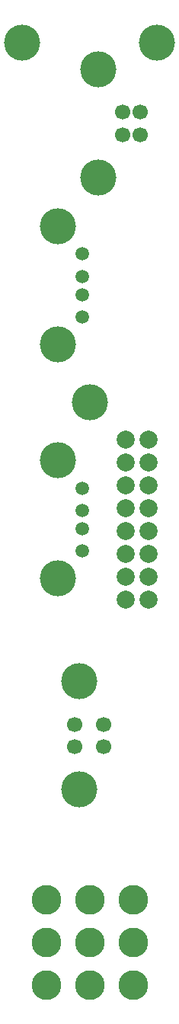
<source format=gbr>
%FSLAX34Y34*%
%MOMM*%
%LNSOLDERMASK_TOP*%
G71*
G01*
%ADD10C, 4.00*%
%ADD11C, 2.00*%
%ADD12C, 4.00*%
%ADD13C, 1.50*%
%ADD14C, 1.70*%
%ADD15C, 4.00*%
%ADD16C, 3.30*%
%LPD*%
X-75000Y1000000D02*
G54D10*
D03*
X75000Y1000000D02*
G54D10*
D03*
X65100Y558900D02*
G54D11*
D03*
X39700Y558900D02*
G54D11*
D03*
X65100Y533500D02*
G54D11*
D03*
X39700Y533500D02*
G54D11*
D03*
X65100Y508100D02*
G54D11*
D03*
X39700Y508100D02*
G54D11*
D03*
X65100Y482700D02*
G54D11*
D03*
X39700Y482700D02*
G54D11*
D03*
X65100Y457300D02*
G54D11*
D03*
X39700Y457300D02*
G54D11*
D03*
X65100Y431900D02*
G54D11*
D03*
X39700Y431900D02*
G54D11*
D03*
X65100Y406500D02*
G54D11*
D03*
X39700Y406500D02*
G54D11*
D03*
X65100Y381100D02*
G54D11*
D03*
X39700Y381100D02*
G54D11*
D03*
X0Y600000D02*
G54D10*
D03*
X-35400Y535782D02*
G54D12*
D03*
X-35400Y404382D02*
G54D12*
D03*
X-8300Y505000D02*
G54D13*
D03*
X-8300Y480000D02*
G54D13*
D03*
X-8300Y460000D02*
G54D13*
D03*
X-8300Y435000D02*
G54D13*
D03*
X-35400Y795782D02*
G54D12*
D03*
X-35400Y664382D02*
G54D12*
D03*
X-8300Y765000D02*
G54D13*
D03*
X-8300Y740000D02*
G54D13*
D03*
X-8300Y720000D02*
G54D13*
D03*
X-8300Y695000D02*
G54D13*
D03*
X9250Y970293D02*
G54D10*
D03*
X9250Y849893D02*
G54D10*
D03*
X36350Y922500D02*
G54D14*
D03*
X36350Y897500D02*
G54D14*
D03*
X56350Y922500D02*
G54D14*
D03*
X56350Y897500D02*
G54D14*
D03*
X-11500Y290293D02*
G54D15*
D03*
X-11500Y169893D02*
G54D15*
D03*
X-16550Y242500D02*
G54D14*
D03*
X-16550Y217500D02*
G54D14*
D03*
X15550Y242500D02*
G54D14*
D03*
X15550Y217500D02*
G54D14*
D03*
X48300Y-47000D02*
G54D16*
D03*
X0Y-47000D02*
G54D16*
D03*
X48300Y0D02*
G54D16*
D03*
X0Y0D02*
G54D16*
D03*
X48300Y47000D02*
G54D16*
D03*
X0Y47000D02*
G54D16*
D03*
X-48300Y-47000D02*
G54D16*
D03*
X-48300Y0D02*
G54D16*
D03*
X-48300Y47000D02*
G54D16*
D03*
M02*

</source>
